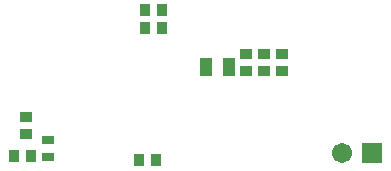
<source format=gbs>
%FSTAX23Y23*%
%MOIN*%
%SFA1B1*%

%IPPOS*%
%ADD46R,0.033590X0.043433*%
%ADD54R,0.043433X0.033590*%
%ADD56C,0.067055*%
%ADD57R,0.067055X0.067055*%
%ADD65R,0.041464X0.031622*%
%ADD66R,0.042252X0.061937*%
%LNhsmm-1*%
%LPD*%
G54D46*
X00233Y-00575D03*
X00176D03*
X00233Y-00515D03*
X00176D03*
X00213Y-01015D03*
X00156D03*
X-00201Y-01D03*
X-00258D03*
G54D54*
X-0022Y-00871D03*
Y-00928D03*
X00635Y-00661D03*
Y-00718D03*
X00575Y-00661D03*
Y-00718D03*
X00515Y-0066D03*
Y-00717D03*
G54D56*
X00835Y-0099D03*
G54D57*
X00935Y-0099D03*
G54D65*
X-00145Y-01003D03*
Y-00946D03*
G54D66*
X00381Y-00705D03*
X00458D03*
M02*
</source>
